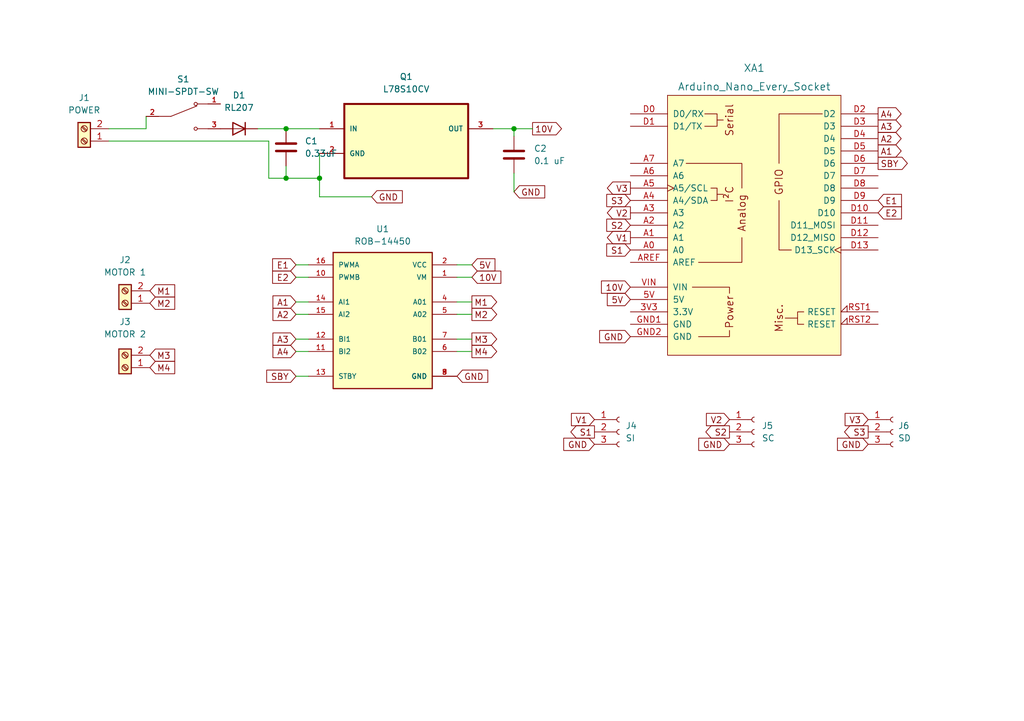
<source format=kicad_sch>
(kicad_sch (version 20211123) (generator eeschema)
  (paper "A5")
  (title_block (title "ROBOT VELOCISTA") (company "SKILLBOTS"))
  (lib_symbols
    (symbol "Connector:Conn_01x03_Female" (pin_names (offset 1.016) hide)
      (property "Reference" "J" (at 0 5.08 0))
      (property "Value" "Conn_01x03_Female" (at 0 -5.08 0))
      (symbol "Conn_01x03_Female_1_1"
        (arc (start 0 -2.032) (mid -0.508 -2.54) (end 0 -3.048) (stroke (width 0.1524)))
        (polyline (pts (xy -1.27 -2.54) (xy -0.508 -2.54)) (stroke (width 0.1524)))
        (polyline (pts (xy -1.27 0) (xy -0.508 0)) (stroke (width 0.1524)))
        (polyline (pts (xy -1.27 2.54) (xy -0.508 2.54)) (stroke (width 0.1524)))
        (arc (start 0 0.508) (mid -0.508 0) (end 0 -0.508) (stroke (width 0.1524)))
        (arc (start 0 3.048) (mid -0.508 2.54) (end 0 2.032) (stroke (width 0.1524)))
        (pin passive line (at -5.08 2.54 0) (length 3.81) (name "Pin_1") (number "1"))
        (pin passive line (at -5.08 0 0) (length 3.81) (name "Pin_2") (number "2"))
        (pin passive line (at -5.08 -2.54 0) (length 3.81) (name "Pin_3") (number "3"))
      )
    )
    (symbol "Connector:Screw_Terminal_01x02" (pin_names (offset 1.016) hide)
      (property "Reference" "J" (at 0 2.54 0))
      (property "Value" "Screw_Terminal_01x02" (at 0 -5.08 0))
      (symbol "Screw_Terminal_01x02_1_1"
        (rectangle (start -1.27 1.27) (end 1.27 -3.81) (stroke (width 0.254)) (fill (type background)))
        (circle (center 0 -2.54) (radius 0.635) (stroke (width 0.1524)))
        (polyline (pts (xy -0.5334 -2.2098) (xy 0.3302 -3.048)) (stroke (width 0.1524)))
        (polyline (pts (xy -0.5334 0.3302) (xy 0.3302 -0.508)) (stroke (width 0.1524)))
        (polyline (pts (xy -0.3556 -2.032) (xy 0.508 -2.8702)) (stroke (width 0.1524)))
        (polyline (pts (xy -0.3556 0.508) (xy 0.508 -0.3302)) (stroke (width 0.1524)))
        (circle (center 0 0) (radius 0.635) (stroke (width 0.1524)))
        (pin passive line (at -5.08 0 0) (length 3.81) (name "Pin_1") (number "1"))
        (pin passive line (at -5.08 -2.54 0) (length 3.81) (name "Pin_2") (number "2"))
      )
    )
    (symbol "Device:C" (pin_numbers hide) (pin_names (offset 0.254))
      (property "Reference" "C" (at 0.635 2.54 0))
      (property "Value" "C" (at 0.635 -2.54 0))
      (symbol "C_0_1"
        (polyline (pts (xy -2.032 -0.762) (xy 2.032 -0.762)) (stroke (width 0.508)))
        (polyline (pts (xy -2.032 0.762) (xy 2.032 0.762)) (stroke (width 0.508)))
      )
      (symbol "C_1_1"
        (pin passive line (at 0 3.81 270) (length 2.794) (name "~") (number "1"))
        (pin passive line (at 0 -3.81 90) (length 2.794) (name "~") (number "2"))
      )
    )
    (symbol "Diode:1N4007" (pin_numbers hide) (pin_names hide)
      (property "Reference" "D" (at 0 2.54 0))
      (property "Value" "1N4007" (at 0 -2.54 0))
      (symbol "1N4007_0_1"
        (polyline (pts (xy -1.27 1.27) (xy -1.27 -1.27)) (stroke (width 0.254)))
        (polyline (pts (xy 1.27 0) (xy -1.27 0)))
        (polyline (pts (xy 1.27 1.27) (xy 1.27 -1.27) (xy -1.27 0) (xy 1.27 1.27)) (stroke (width 0.254)))
      )
      (symbol "1N4007_1_1"
        (pin passive line (at -3.81 0 0) (length 2.54) (name "K") (number "1"))
        (pin passive line (at 3.81 0 180) (length 2.54) (name "A") (number "2"))
      )
    )
    (symbol "L78S10CV:L78S10CV" (pin_names (offset 1.016))
      (property "Reference" "Q" (at -4.7306 9.1305 0))
      (property "Value" "L78S10CV" (at -4.6244 -14.8388 0))
      (symbol "L78S10CV_0_0"
        (rectangle (start -12.7 -10.16) (end 12.7 5.08) (stroke (width 0.4064)) (fill (type background)))
        (pin input line (at -17.78 0 0) (length 5.08) (name "IN") (number "1"))
        (pin passive line (at -17.78 -5.08 0) (length 5.08) (name "GND") (number "2"))
        (pin output line (at 17.78 0 180) (length 5.08) (name "OUT") (number "3"))
      )
    )
    (symbol "MINI-SPDT-SW:MINI-SPDT-SW" (pin_names (offset 1.016))
      (property "Reference" "S" (at -2.54 5.08 0))
      (property "Value" "MINI-SPDT-SW" (at -2.54 -5.08 0))
      (symbol "MINI-SPDT-SW_0_0"
        (polyline (pts (xy -2.54 0) (xy -5.08 0)) (stroke (width 0.1524)))
        (polyline (pts (xy -2.54 0) (xy 2.794 2.1336)) (stroke (width 0.1524)))
        (polyline (pts (xy 5.08 -2.54) (xy 2.921 -2.54)) (stroke (width 0.1524)))
        (polyline (pts (xy 5.08 2.54) (xy 2.921 2.54)) (stroke (width 0.1524)))
        (circle (center 2.54 -2.54) (radius 0.3302) (stroke (width 0.1524)))
        (circle (center 2.54 2.54) (radius 0.3302) (stroke (width 0.1524)))
        (pin passive line (at 7.62 2.54 180) (length 2.54) (name "~") (number "1"))
        (pin passive line (at -7.62 0 0) (length 2.54) (name "~") (number "2"))
        (pin passive line (at 7.62 -2.54 180) (length 2.54) (name "~") (number "3"))
      )
    )
    (symbol "PCM_arduino-library:Arduino_Nano_Every_Socket" (pin_names (offset 1.016))
      (property "Reference" "XA" (at 0 33.02 0))
      (property "Value" "Arduino_Nano_Every_Socket" (at 0 29.21 0))
      (symbol "Arduino_Nano_Every_Socket_0_0"
        (rectangle (start -17.78 26.67) (end 17.78 -26.67) (fill (type background)))
        (polyline (pts (xy -7.62 6.35) (xy -6.35 6.35)))
        (polyline (pts (xy -7.62 21.59) (xy -6.35 21.59)))
        (polyline (pts (xy 8.89 -19.05) (xy 6.35 -19.05)))
        (polyline (pts (xy -11.43 -22.86) (xy -5.08 -22.86) (xy -5.08 -21.59)))
        (polyline (pts (xy -5.08 -13.97) (xy -5.08 -12.7) (xy -12.7 -12.7)))
        (polyline (pts (xy -10.16 22.86) (xy -7.62 22.86) (xy -7.62 20.32) (xy -10.16 20.32)))
        (polyline (pts (xy -8.89 7.62) (xy -7.62 7.62) (xy -7.62 5.08) (xy -8.89 5.08)))
        (text "Analog" (at -2.54 2.54 900) (effects (font (size 1.524 1.524))))
        (text "I²C" (at -5.08 6.35 900) (effects (font (size 1.524 1.524))))
        (text "Misc." (at 5.08 -19.05 900) (effects (font (size 1.524 1.524))))
        (text "Power" (at -5.08 -17.78 900) (effects (font (size 1.524 1.524))))
        (text "Serial" (at -5.08 21.59 900) (effects (font (size 1.524 1.524))))
      )
      (symbol "Arduino_Nano_Every_Socket_0_1"
        (polyline (pts (xy -13.97 12.7) (xy -2.54 12.7) (xy -2.54 7.62)))
        (polyline (pts (xy -11.43 -7.62) (xy -2.54 -7.62) (xy -2.54 -2.54)))
        (polyline (pts (xy 7.62 -5.08) (xy 5.08 -5.08) (xy 5.08 5.08)))
        (polyline (pts (xy 13.97 22.86) (xy 5.08 22.86) (xy 5.08 12.7)))
        (polyline (pts (xy 10.16 -17.78) (xy 8.89 -17.78) (xy 8.89 -20.32) (xy 10.16 -20.32)))
      )
      (symbol "Arduino_Nano_Every_Socket_1_0"
        (text "GPIO" (at 5.08 8.89 900) (effects (font (size 1.524 1.524))))
      )
      (symbol "Arduino_Nano_Every_Socket_1_1"
        (pin power_out line (at -25.4 -17.78 0) (length 7.62) (name "3.3V") (number "3V3"))
        (pin power_in line (at -25.4 -15.24 0) (length 7.62) (name "5V") (number "5V"))
        (pin bidirectional line (at -25.4 -5.08 0) (length 7.62) (name "A0") (number "A0"))
        (pin bidirectional line (at -25.4 -2.54 0) (length 7.62) (name "A1") (number "A1"))
        (pin bidirectional line (at -25.4 0 0) (length 7.62) (name "A2") (number "A2"))
        (pin bidirectional line (at -25.4 2.54 0) (length 7.62) (name "A3") (number "A3"))
        (pin bidirectional line (at -25.4 5.08 0) (length 7.62) (name "A4/SDA") (number "A4"))
        (pin bidirectional clock (at -25.4 7.62 0) (length 7.62) (name "A5/SCL") (number "A5"))
        (pin input line (at -25.4 10.16 0) (length 7.62) (name "A6") (number "A6"))
        (pin input line (at -25.4 12.7 0) (length 7.62) (name "A7") (number "A7"))
        (pin input line (at -25.4 -7.62 0) (length 7.62) (name "AREF") (number "AREF"))
        (pin bidirectional line (at -25.4 22.86 0) (length 7.62) (name "D0/RX") (number "D0"))
        (pin bidirectional line (at -25.4 20.32 0) (length 7.62) (name "D1/TX") (number "D1"))
        (pin bidirectional line (at 25.4 2.54 180) (length 7.62) (name "D10") (number "D10"))
        (pin bidirectional line (at 25.4 0 180) (length 7.62) (name "D11_MOSI") (number "D11"))
        (pin bidirectional line (at 25.4 -2.54 180) (length 7.62) (name "D12_MISO") (number "D12"))
        (pin bidirectional clock (at 25.4 -5.08 180) (length 7.62) (name "D13_SCK") (number "D13"))
        (pin bidirectional line (at 25.4 22.86 180) (length 7.62) (name "D2") (number "D2"))
        (pin bidirectional line (at 25.4 20.32 180) (length 7.62) (name "D3") (number "D3"))
        (pin bidirectional line (at 25.4 17.78 180) (length 7.62) (name "D4") (number "D4"))
        (pin bidirectional line (at 25.4 15.24 180) (length 7.62) (name "D5") (number "D5"))
        (pin bidirectional line (at 25.4 12.7 180) (length 7.62) (name "D6") (number "D6"))
        (pin bidirectional line (at 25.4 10.16 180) (length 7.62) (name "D7") (number "D7"))
        (pin bidirectional line (at 25.4 7.62 180) (length 7.62) (name "D8") (number "D8"))
        (pin bidirectional line (at 25.4 5.08 180) (length 7.62) (name "D9") (number "D9"))
        (pin power_in line (at -25.4 -20.32 0) (length 7.62) (name "GND") (number "GND1"))
        (pin power_in line (at -25.4 -22.86 0) (length 7.62) (name "GND") (number "GND2"))
        (pin open_collector input_low (at 25.4 -17.78 180) (length 7.62) (name "RESET") (number "RST1"))
        (pin open_collector input_low (at 25.4 -20.32 180) (length 7.62) (name "RESET") (number "RST2"))
        (pin power_in line (at -25.4 -12.7 0) (length 7.62) (name "VIN") (number "VIN"))
      )
    )
    (symbol "ROB-14450:ROB-14450" (pin_names (offset 1.016))
      (property "Reference" "U" (at -10.16 16.002 0))
      (property "Value" "ROB-14450" (at -10.16 -15.24 0))
      (symbol "ROB-14450_0_0"
        (rectangle (start -10.16 -12.7) (end 10.16 15.24) (stroke (width 0.254)) (fill (type background)))
        (pin power_in line (at 15.24 10.16 180) (length 5.08) (name "VM") (number "1"))
        (pin input line (at -15.24 10.16 0) (length 5.08) (name "PWMB") (number "10"))
        (pin input line (at -15.24 -5.08 0) (length 5.08) (name "BI2") (number "11"))
        (pin input line (at -15.24 -2.54 0) (length 5.08) (name "BI1") (number "12"))
        (pin input line (at -15.24 -10.16 0) (length 5.08) (name "STBY") (number "13"))
        (pin input line (at -15.24 5.08 0) (length 5.08) (name "AI1") (number "14"))
        (pin input line (at -15.24 2.54 0) (length 5.08) (name "AI2") (number "15"))
        (pin input line (at -15.24 12.7 0) (length 5.08) (name "PWMA") (number "16"))
        (pin power_in line (at 15.24 12.7 180) (length 5.08) (name "VCC") (number "2"))
        (pin power_in line (at 15.24 -10.16 180) (length 5.08) (name "GND") (number "3"))
        (pin output line (at 15.24 5.08 180) (length 5.08) (name "A01") (number "4"))
        (pin output line (at 15.24 2.54 180) (length 5.08) (name "A02") (number "5"))
        (pin output line (at 15.24 -5.08 180) (length 5.08) (name "B02") (number "6"))
        (pin output line (at 15.24 -2.54 180) (length 5.08) (name "B01") (number "7"))
        (pin power_in line (at 15.24 -10.16 180) (length 5.08) (name "GND") (number "8"))
        (pin power_in line (at 15.24 -10.16 180) (length 5.08) (name "GND") (number "9"))
      )
    )
  )
  (junction (at 105.41 26.416))
  (junction (at 58.674 36.576))
  (junction (at 65.532 36.576))
  (junction (at 58.674 26.416))
  (wire (pts (xy 29.972 26.416) (xy 29.972 23.876)))
  (wire (pts (xy 60.706 69.596) (xy 63.246 69.596)))
  (wire (pts (xy 93.726 69.596) (xy 96.774 69.596)))
  (wire (pts (xy 93.726 72.136) (xy 96.774 72.136)))
  (wire (pts (xy 58.674 36.576) (xy 65.532 36.576)))
  (wire (pts (xy 65.532 40.386) (xy 76.2 40.386)))
  (wire (pts (xy 58.674 26.416) (xy 65.532 26.416)))
  (wire (pts (xy 93.726 56.896) (xy 96.774 56.896)))
  (wire (pts (xy 93.726 64.516) (xy 96.774 64.516)))
  (wire (pts (xy 60.706 61.976) (xy 63.246 61.976)))
  (wire (pts (xy 60.706 64.516) (xy 63.246 64.516)))
  (wire (pts (xy 52.832 26.416) (xy 58.674 26.416)))
  (wire (pts (xy 60.706 54.356) (xy 63.246 54.356)))
  (wire (pts (xy 65.532 31.496) (xy 65.532 36.576)))
  (wire (pts (xy 22.352 28.956) (xy 55.118 28.956)))
  (wire (pts (xy 105.41 26.416) (xy 109.22 26.416)))
  (wire (pts (xy 105.41 27.94) (xy 105.41 26.416)))
  (wire (pts (xy 60.706 72.136) (xy 63.246 72.136)))
  (wire (pts (xy 55.118 36.576) (xy 58.674 36.576)))
  (wire (pts (xy 93.726 54.356) (xy 96.774 54.356)))
  (wire (pts (xy 65.532 36.576) (xy 65.532 40.386)))
  (wire (pts (xy 105.41 26.416) (xy 101.092 26.416)))
  (wire (pts (xy 58.674 34.036) (xy 58.674 36.576)))
  (wire (pts (xy 93.726 61.976) (xy 96.774 61.976)))
  (wire (pts (xy 60.706 56.896) (xy 63.246 56.896)))
  (wire (pts (xy 60.706 77.216) (xy 63.246 77.216)))
  (wire (pts (xy 55.118 28.956) (xy 55.118 36.576)))
  (wire (pts (xy 22.352 26.416) (xy 29.972 26.416)))
  (wire (pts (xy 105.41 35.56) (xy 105.41 39.37)))
  (global_label "A3" (shape input) (at 60.706 69.596 180) (property "Intersheet References" "${INTERSHEET_REFS}" (effects hide)))
  (global_label "GND" (shape input) (at 129.286 69.088 180) (property "Intersheet References" "${INTERSHEET_REFS}" (effects hide)))
  (global_label "A3" (shape output) (at 180.086 25.908 0) (property "Intersheet References" "${INTERSHEET_REFS}" (effects hide)))
  (global_label "E1" (shape input) (at 60.706 54.356 180) (property "Intersheet References" "${INTERSHEET_REFS}" (effects hide)))
  (global_label "V3" (shape output) (at 129.286 38.608 180) (property "Intersheet References" "${INTERSHEET_REFS}" (effects hide)))
  (global_label "A4" (shape output) (at 180.086 23.368 0) (property "Intersheet References" "${INTERSHEET_REFS}" (effects hide)))
  (global_label "M3" (shape input) (at 30.734 72.898 0) (property "Intersheet References" "${INTERSHEET_REFS}" (effects hide)))
  (global_label "A1" (shape output) (at 180.086 30.988 0) (property "Intersheet References" "${INTERSHEET_REFS}" (effects hide)))
  (global_label "M3" (shape output) (at 96.774 69.596 0) (property "Intersheet References" "${INTERSHEET_REFS}" (effects hide)))
  (global_label "10V" (shape input) (at 129.286 58.928 180) (property "Intersheet References" "${INTERSHEET_REFS}" (effects hide)))
  (global_label "GND" (shape input) (at 178.054 91.186 180) (property "Intersheet References" "${INTERSHEET_REFS}" (effects hide)))
  (global_label "A2" (shape input) (at 60.706 64.516 180) (property "Intersheet References" "${INTERSHEET_REFS}" (effects hide)))
  (global_label "GND" (shape input) (at 105.41 39.37 0) (property "Intersheet References" "${INTERSHEET_REFS}" (effects hide)))
  (global_label "S3" (shape output) (at 178.054 88.646 180) (property "Intersheet References" "${INTERSHEET_REFS}" (effects hide)))
  (global_label "GND" (shape input) (at 121.92 91.186 180) (property "Intersheet References" "${INTERSHEET_REFS}" (effects hide)))
  (global_label "SBY" (shape input) (at 60.706 77.216 180) (property "Intersheet References" "${INTERSHEET_REFS}" (effects hide)))
  (global_label "S1" (shape output) (at 121.92 88.646 180) (property "Intersheet References" "${INTERSHEET_REFS}" (effects hide)))
  (global_label "A4" (shape input) (at 60.706 72.136 180) (property "Intersheet References" "${INTERSHEET_REFS}" (effects hide)))
  (global_label "GND" (shape input) (at 76.2 40.386 0) (property "Intersheet References" "${INTERSHEET_REFS}" (effects hide)))
  (global_label "A2" (shape output) (at 180.086 28.448 0) (property "Intersheet References" "${INTERSHEET_REFS}" (effects hide)))
  (global_label "GND" (shape input) (at 93.726 77.216 0) (property "Intersheet References" "${INTERSHEET_REFS}" (effects hide)))
  (global_label "S1" (shape input) (at 129.286 51.308 180) (property "Intersheet References" "${INTERSHEET_REFS}" (effects hide)))
  (global_label "M4" (shape output) (at 96.774 72.136 0) (property "Intersheet References" "${INTERSHEET_REFS}" (effects hide)))
  (global_label "5V" (shape input) (at 96.774 54.356 0) (property "Intersheet References" "${INTERSHEET_REFS}" (effects hide)))
  (global_label "V1" (shape input) (at 121.92 86.106 180) (property "Intersheet References" "${INTERSHEET_REFS}" (effects hide)))
  (global_label "E2" (shape input) (at 60.706 56.896 180) (property "Intersheet References" "${INTERSHEET_REFS}" (effects hide)))
  (global_label "M2" (shape input) (at 30.734 62.23 0) (property "Intersheet References" "${INTERSHEET_REFS}" (effects hide)))
  (global_label "V3" (shape input) (at 178.054 86.106 180) (property "Intersheet References" "${INTERSHEET_REFS}" (effects hide)))
  (global_label "10V" (shape input) (at 96.774 56.896 0) (property "Intersheet References" "${INTERSHEET_REFS}" (effects hide)))
  (global_label "V1" (shape output) (at 129.286 48.768 180) (property "Intersheet References" "${INTERSHEET_REFS}" (effects hide)))
  (global_label "M1" (shape output) (at 96.774 61.976 0) (property "Intersheet References" "${INTERSHEET_REFS}" (effects hide)))
  (global_label "E2" (shape input) (at 180.086 43.688 0) (property "Intersheet References" "${INTERSHEET_REFS}" (effects hide)))
  (global_label "10V" (shape output) (at 109.22 26.416 0) (property "Intersheet References" "${INTERSHEET_REFS}" (effects hide)))
  (global_label "E1" (shape input) (at 180.086 41.148 0) (property "Intersheet References" "${INTERSHEET_REFS}" (effects hide)))
  (global_label "GND" (shape input) (at 149.606 91.186 180) (property "Intersheet References" "${INTERSHEET_REFS}" (effects hide)))
  (global_label "A1" (shape input) (at 60.706 61.976 180) (property "Intersheet References" "${INTERSHEET_REFS}" (effects hide)))
  (global_label "SBY" (shape output) (at 180.086 33.528 0) (property "Intersheet References" "${INTERSHEET_REFS}" (effects hide)))
  (global_label "S2" (shape input) (at 129.286 46.228 180) (property "Intersheet References" "${INTERSHEET_REFS}" (effects hide)))
  (global_label "M2" (shape output) (at 96.774 64.516 0) (property "Intersheet References" "${INTERSHEET_REFS}" (effects hide)))
  (global_label "M4" (shape input) (at 30.734 75.438 0) (property "Intersheet References" "${INTERSHEET_REFS}" (effects hide)))
  (global_label "V2" (shape input) (at 149.606 86.106 180) (property "Intersheet References" "${INTERSHEET_REFS}" (effects hide)))
  (global_label "S3" (shape input) (at 129.286 41.148 180) (property "Intersheet References" "${INTERSHEET_REFS}" (effects hide)))
  (global_label "V2" (shape output) (at 129.286 43.688 180) (property "Intersheet References" "${INTERSHEET_REFS}" (effects hide)))
  (global_label "M1" (shape input) (at 30.734 59.69 0) (property "Intersheet References" "${INTERSHEET_REFS}" (effects hide)))
  (global_label "5V" (shape input) (at 129.286 61.468 180) (property "Intersheet References" "${INTERSHEET_REFS}" (effects hide)))
  (global_label "S2" (shape output) (at 149.606 88.646 180) (property "Intersheet References" "${INTERSHEET_REFS}" (effects hide)))
  (symbol (lib_id "Diode:1N4007") (at 49.022 26.416 180) (unit 1)
    (property "Reference" "D1" (at 49.022 19.558 0))
    (property "Value" "RL207" (at 49.022 22.098 0))
    (property "Footprint" "Diode_THT:D_DO-41_SOD81_P10.16mm_Horizontal" (effects hide))
    (property "Datasheet" "http://www.vishay.com/docs/88503/1n4001.pdf" (effects hide))
  )
  (symbol (lib_id "MINI-SPDT-SW:MINI-SPDT-SW") (at 37.592 23.876 0) (unit 1)
    (property "Reference" "S1" (at 37.592 16.256 0))
    (property "Value" "MINI-SPDT-SW" (at 37.592 18.796 0))
    (property "Footprint" "User:SW_MINI-SPDT-SW" (effects hide))
    (property "PARTREV" "C" (effects hide))
    (property "STANDARD" "Manufacturer Recommendations" (effects hide))
    (property "MANUFACTURER" "GRAVITECH" (effects hide))
  )
  (symbol (lib_id "Connector:Conn_01x03_Female") (at 154.686 88.646 0) (unit 1)
    (property "Reference" "J5" (at 156.21 87.3759 0) (effects (justify left)))
    (property "Value" "SC" (at 156.21 89.9159 0) (effects (justify left)))
    (property "Footprint" "Connector_PinSocket_2.54mm:PinSocket_1x03_P2.54mm_Vertical" (effects hide))
  )
  (symbol (lib_id "Connector:Conn_01x03_Female") (at 183.134 88.646 0) (unit 1)
    (property "Reference" "J6" (at 184.15 87.3759 0) (effects (justify left)))
    (property "Value" "SD" (at 184.15 89.9159 0) (effects (justify left)))
    (property "Footprint" "Connector_PinSocket_2.54mm:PinSocket_1x03_P2.54mm_Vertical" (effects hide))
  )
  (symbol (lib_id "Connector:Screw_Terminal_01x02") (at 25.654 75.438 180) (unit 1)
    (property "Reference" "J3" (at 25.654 66.04 0))
    (property "Value" "MOTOR 2" (at 25.654 68.58 0))
    (property "Footprint" "TerminalBlock_Phoenix:TerminalBlock_Phoenix_MPT-0,5-2-2.54_1x02_P2.54mm_Horizontal" (effects hide))
  )
  (symbol (lib_id "Connector:Conn_01x03_Female") (at 127 88.646 0) (unit 1)
    (property "Reference" "J4" (at 128.27 87.3759 0) (effects (justify left)))
    (property "Value" "SI" (at 128.27 89.9159 0) (effects (justify left)))
    (property "Footprint" "Connector_PinSocket_2.54mm:PinSocket_1x03_P2.54mm_Vertical" (effects hide))
  )
  (symbol (lib_id "Device:C") (at 58.674 30.226 180) (unit 1)
    (property "Reference" "C1" (at 62.484 28.9559 0) (effects (justify right)))
    (property "Value" "0.33uF" (at 62.484 31.4959 0) (effects (justify right)))
    (property "Footprint" "Capacitor_THT:C_Disc_D3.8mm_W2.6mm_P2.50mm" (effects hide))
  )
  (symbol (lib_id "PCM_arduino-library:Arduino_Nano_Every_Socket") (at 154.686 46.228 0) (unit 1)
    (property "Reference" "XA1" (at 154.686 13.97 0) (effects (font (size 1.524 1.524))))
    (property "Value" "Arduino_Nano_Every_Socket" (at 154.686 17.78 0) (effects (font (size 1.524 1.524))))
    (property "Footprint" "PCM_arduino-library:Arduino_Nano_Every_Socket" (effects hide))
    (property "Datasheet" "https://docs.arduino.cc/hardware/nano-every" (effects hide))
  )
  (symbol (lib_id "Connector:Screw_Terminal_01x02") (at 25.654 62.23 180) (unit 1)
    (property "Reference" "J2" (at 25.654 53.34 0))
    (property "Value" "MOTOR 1" (at 25.654 55.88 0))
    (property "Footprint" "TerminalBlock_Phoenix:TerminalBlock_Phoenix_MPT-0,5-2-2.54_1x02_P2.54mm_Horizontal" (effects hide))
  )
  (symbol (lib_id "ROB-14450:ROB-14450") (at 78.486 67.056 0) (unit 1)
    (property "Reference" "U1" (at 78.486 46.99 0))
    (property "Value" "ROB-14450" (at 78.486 49.53 0))
    (property "Footprint" "User:MODULE_ROB-14450" (effects hide))
    (property "PARTREV" "11-13-17" (effects hide))
    (property "MANUFACTURER" "Sparkfun Electronics" (effects hide))
    (property "STANDARD" "Manufacturer Recommendation" (effects hide))
  )
  (symbol (lib_id "Connector:Screw_Terminal_01x02") (at 17.272 28.956 180) (unit 1)
    (property "Reference" "J1" (at 17.272 20.066 0))
    (property "Value" "POWER" (at 17.272 22.606 0))
    (property "Footprint" "TerminalBlock:TerminalBlock_bornier-2_P5.08mm" (effects hide))
  )
  (symbol (lib_id "L78S10CV:L78S10CV") (at 83.312 26.416 0) (unit 1)
    (property "Reference" "Q1" (at 83.312 15.748 0))
    (property "Value" "L78S10CV" (at 83.312 18.288 0))
    (property "Footprint" "User:TO254P450X1020X1935-3P" (effects hide))
    (property "SUPPLIER" "STMicroelectronics" (effects hide))
    (property "MPN" "L78S10CV" (effects hide))
    (property "OC_NEWARK" "26M0571" (effects hide))
    (property "OC_FARNELL" "1087139" (effects hide))
    (property "PACKAGE" "TO-220" (effects hide))
  )
  (symbol (lib_id "Device:C") (at 105.41 31.75 0) (unit 1)
    (property "Reference" "C2" (at 109.474 30.4799 0) (effects (justify left)))
    (property "Value" "0.1 uF" (at 109.474 33.0199 0) (effects (justify left)))
    (property "Footprint" "Capacitor_THT:C_Disc_D3.8mm_W2.6mm_P2.50mm" (effects hide))
  )
)
</source>
